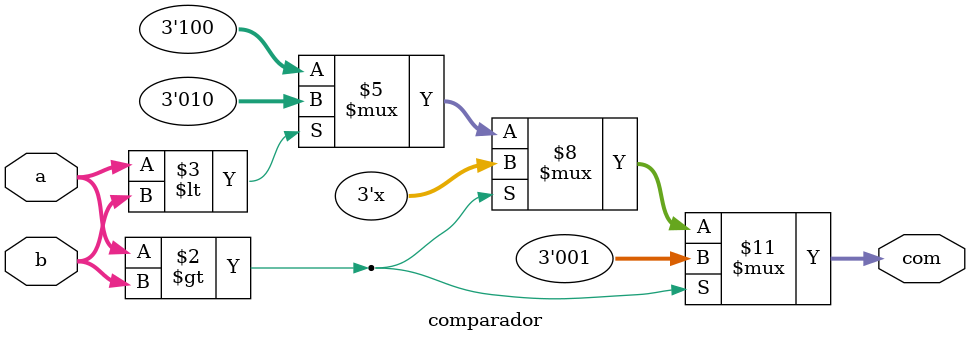
<source format=v>
`timescale 1ns / 1ps
module comparador(input [4:0]a,b,output reg [2:0]com);

always @(a,b)
	begin 
		com = 0;
			if (a > b)
				com = 3'b001;
			else if (a < b)
				com = 3'b010;
			else 
				 com = 3'b100;
	end 
endmodule                
</source>
